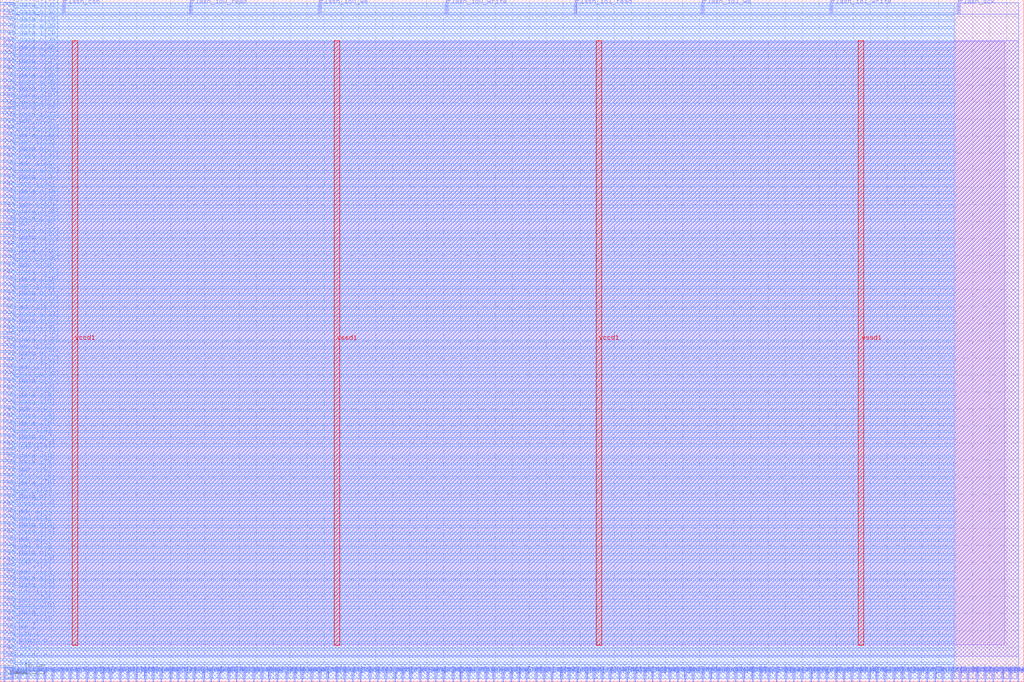
<source format=lef>
VERSION 5.7 ;
  NOWIREEXTENSIONATPIN ON ;
  DIVIDERCHAR "/" ;
  BUSBITCHARS "[]" ;
MACRO Flash
  CLASS BLOCK ;
  FOREIGN Flash ;
  ORIGIN 0.000 0.000 ;
  SIZE 300.000 BY 200.000 ;
  PIN flash_csb
    DIRECTION OUTPUT TRISTATE ;
    USE SIGNAL ;
    PORT
      LAYER met2 ;
        RECT 18.490 196.000 18.770 200.000 ;
    END
  END flash_csb
  PIN flash_io0_read
    DIRECTION INPUT ;
    USE SIGNAL ;
    PORT
      LAYER met2 ;
        RECT 55.750 196.000 56.030 200.000 ;
    END
  END flash_io0_read
  PIN flash_io0_we
    DIRECTION OUTPUT TRISTATE ;
    USE SIGNAL ;
    PORT
      LAYER met2 ;
        RECT 93.470 196.000 93.750 200.000 ;
    END
  END flash_io0_we
  PIN flash_io0_write
    DIRECTION OUTPUT TRISTATE ;
    USE SIGNAL ;
    PORT
      LAYER met2 ;
        RECT 130.730 196.000 131.010 200.000 ;
    END
  END flash_io0_write
  PIN flash_io1_read
    DIRECTION INPUT ;
    USE SIGNAL ;
    PORT
      LAYER met2 ;
        RECT 168.450 196.000 168.730 200.000 ;
    END
  END flash_io1_read
  PIN flash_io1_we
    DIRECTION OUTPUT TRISTATE ;
    USE SIGNAL ;
    PORT
      LAYER met2 ;
        RECT 205.710 196.000 205.990 200.000 ;
    END
  END flash_io1_we
  PIN flash_io1_write
    DIRECTION OUTPUT TRISTATE ;
    USE SIGNAL ;
    PORT
      LAYER met2 ;
        RECT 243.430 196.000 243.710 200.000 ;
    END
  END flash_io1_write
  PIN flash_sck
    DIRECTION OUTPUT TRISTATE ;
    USE SIGNAL ;
    PORT
      LAYER met2 ;
        RECT 280.690 196.000 280.970 200.000 ;
    END
  END flash_sck
  PIN sram_addr0[0]
    DIRECTION OUTPUT TRISTATE ;
    USE SIGNAL ;
    PORT
      LAYER met2 ;
        RECT 12.970 0.000 13.250 4.000 ;
    END
  END sram_addr0[0]
  PIN sram_addr0[1]
    DIRECTION OUTPUT TRISTATE ;
    USE SIGNAL ;
    PORT
      LAYER met2 ;
        RECT 27.690 0.000 27.970 4.000 ;
    END
  END sram_addr0[1]
  PIN sram_addr0[2]
    DIRECTION OUTPUT TRISTATE ;
    USE SIGNAL ;
    PORT
      LAYER met2 ;
        RECT 42.410 0.000 42.690 4.000 ;
    END
  END sram_addr0[2]
  PIN sram_addr0[3]
    DIRECTION OUTPUT TRISTATE ;
    USE SIGNAL ;
    PORT
      LAYER met2 ;
        RECT 56.670 0.000 56.950 4.000 ;
    END
  END sram_addr0[3]
  PIN sram_addr0[4]
    DIRECTION OUTPUT TRISTATE ;
    USE SIGNAL ;
    PORT
      LAYER met2 ;
        RECT 71.390 0.000 71.670 4.000 ;
    END
  END sram_addr0[4]
  PIN sram_addr0[5]
    DIRECTION OUTPUT TRISTATE ;
    USE SIGNAL ;
    PORT
      LAYER met2 ;
        RECT 83.810 0.000 84.090 4.000 ;
    END
  END sram_addr0[5]
  PIN sram_addr0[6]
    DIRECTION OUTPUT TRISTATE ;
    USE SIGNAL ;
    PORT
      LAYER met2 ;
        RECT 95.770 0.000 96.050 4.000 ;
    END
  END sram_addr0[6]
  PIN sram_addr0[7]
    DIRECTION OUTPUT TRISTATE ;
    USE SIGNAL ;
    PORT
      LAYER met2 ;
        RECT 108.190 0.000 108.470 4.000 ;
    END
  END sram_addr0[7]
  PIN sram_addr0[8]
    DIRECTION OUTPUT TRISTATE ;
    USE SIGNAL ;
    PORT
      LAYER met2 ;
        RECT 120.150 0.000 120.430 4.000 ;
    END
  END sram_addr0[8]
  PIN sram_addr1[0]
    DIRECTION OUTPUT TRISTATE ;
    USE SIGNAL ;
    PORT
      LAYER met2 ;
        RECT 15.270 0.000 15.550 4.000 ;
    END
  END sram_addr1[0]
  PIN sram_addr1[1]
    DIRECTION OUTPUT TRISTATE ;
    USE SIGNAL ;
    PORT
      LAYER met2 ;
        RECT 29.990 0.000 30.270 4.000 ;
    END
  END sram_addr1[1]
  PIN sram_addr1[2]
    DIRECTION OUTPUT TRISTATE ;
    USE SIGNAL ;
    PORT
      LAYER met2 ;
        RECT 44.710 0.000 44.990 4.000 ;
    END
  END sram_addr1[2]
  PIN sram_addr1[3]
    DIRECTION OUTPUT TRISTATE ;
    USE SIGNAL ;
    PORT
      LAYER met2 ;
        RECT 59.430 0.000 59.710 4.000 ;
    END
  END sram_addr1[3]
  PIN sram_addr1[4]
    DIRECTION OUTPUT TRISTATE ;
    USE SIGNAL ;
    PORT
      LAYER met2 ;
        RECT 74.150 0.000 74.430 4.000 ;
    END
  END sram_addr1[4]
  PIN sram_addr1[5]
    DIRECTION OUTPUT TRISTATE ;
    USE SIGNAL ;
    PORT
      LAYER met2 ;
        RECT 86.110 0.000 86.390 4.000 ;
    END
  END sram_addr1[5]
  PIN sram_addr1[6]
    DIRECTION OUTPUT TRISTATE ;
    USE SIGNAL ;
    PORT
      LAYER met2 ;
        RECT 98.530 0.000 98.810 4.000 ;
    END
  END sram_addr1[6]
  PIN sram_addr1[7]
    DIRECTION OUTPUT TRISTATE ;
    USE SIGNAL ;
    PORT
      LAYER met2 ;
        RECT 110.490 0.000 110.770 4.000 ;
    END
  END sram_addr1[7]
  PIN sram_addr1[8]
    DIRECTION OUTPUT TRISTATE ;
    USE SIGNAL ;
    PORT
      LAYER met2 ;
        RECT 122.910 0.000 123.190 4.000 ;
    END
  END sram_addr1[8]
  PIN sram_clk0
    DIRECTION OUTPUT TRISTATE ;
    USE SIGNAL ;
    PORT
      LAYER met2 ;
        RECT 1.010 0.000 1.290 4.000 ;
    END
  END sram_clk0
  PIN sram_clk1
    DIRECTION OUTPUT TRISTATE ;
    USE SIGNAL ;
    PORT
      LAYER met2 ;
        RECT 3.310 0.000 3.590 4.000 ;
    END
  END sram_clk1
  PIN sram_csb0
    DIRECTION OUTPUT TRISTATE ;
    USE SIGNAL ;
    PORT
      LAYER met2 ;
        RECT 5.610 0.000 5.890 4.000 ;
    END
  END sram_csb0
  PIN sram_csb1
    DIRECTION OUTPUT TRISTATE ;
    USE SIGNAL ;
    PORT
      LAYER met2 ;
        RECT 7.910 0.000 8.190 4.000 ;
    END
  END sram_csb1
  PIN sram_din0[0]
    DIRECTION OUTPUT TRISTATE ;
    USE SIGNAL ;
    PORT
      LAYER met2 ;
        RECT 18.030 0.000 18.310 4.000 ;
    END
  END sram_din0[0]
  PIN sram_din0[10]
    DIRECTION OUTPUT TRISTATE ;
    USE SIGNAL ;
    PORT
      LAYER met2 ;
        RECT 139.930 0.000 140.210 4.000 ;
    END
  END sram_din0[10]
  PIN sram_din0[11]
    DIRECTION OUTPUT TRISTATE ;
    USE SIGNAL ;
    PORT
      LAYER met2 ;
        RECT 147.290 0.000 147.570 4.000 ;
    END
  END sram_din0[11]
  PIN sram_din0[12]
    DIRECTION OUTPUT TRISTATE ;
    USE SIGNAL ;
    PORT
      LAYER met2 ;
        RECT 154.190 0.000 154.470 4.000 ;
    END
  END sram_din0[12]
  PIN sram_din0[13]
    DIRECTION OUTPUT TRISTATE ;
    USE SIGNAL ;
    PORT
      LAYER met2 ;
        RECT 161.550 0.000 161.830 4.000 ;
    END
  END sram_din0[13]
  PIN sram_din0[14]
    DIRECTION OUTPUT TRISTATE ;
    USE SIGNAL ;
    PORT
      LAYER met2 ;
        RECT 168.910 0.000 169.190 4.000 ;
    END
  END sram_din0[14]
  PIN sram_din0[15]
    DIRECTION OUTPUT TRISTATE ;
    USE SIGNAL ;
    PORT
      LAYER met2 ;
        RECT 176.270 0.000 176.550 4.000 ;
    END
  END sram_din0[15]
  PIN sram_din0[16]
    DIRECTION OUTPUT TRISTATE ;
    USE SIGNAL ;
    PORT
      LAYER met2 ;
        RECT 183.630 0.000 183.910 4.000 ;
    END
  END sram_din0[16]
  PIN sram_din0[17]
    DIRECTION OUTPUT TRISTATE ;
    USE SIGNAL ;
    PORT
      LAYER met2 ;
        RECT 190.990 0.000 191.270 4.000 ;
    END
  END sram_din0[17]
  PIN sram_din0[18]
    DIRECTION OUTPUT TRISTATE ;
    USE SIGNAL ;
    PORT
      LAYER met2 ;
        RECT 198.350 0.000 198.630 4.000 ;
    END
  END sram_din0[18]
  PIN sram_din0[19]
    DIRECTION OUTPUT TRISTATE ;
    USE SIGNAL ;
    PORT
      LAYER met2 ;
        RECT 205.710 0.000 205.990 4.000 ;
    END
  END sram_din0[19]
  PIN sram_din0[1]
    DIRECTION OUTPUT TRISTATE ;
    USE SIGNAL ;
    PORT
      LAYER met2 ;
        RECT 32.290 0.000 32.570 4.000 ;
    END
  END sram_din0[1]
  PIN sram_din0[20]
    DIRECTION OUTPUT TRISTATE ;
    USE SIGNAL ;
    PORT
      LAYER met2 ;
        RECT 213.070 0.000 213.350 4.000 ;
    END
  END sram_din0[20]
  PIN sram_din0[21]
    DIRECTION OUTPUT TRISTATE ;
    USE SIGNAL ;
    PORT
      LAYER met2 ;
        RECT 220.430 0.000 220.710 4.000 ;
    END
  END sram_din0[21]
  PIN sram_din0[22]
    DIRECTION OUTPUT TRISTATE ;
    USE SIGNAL ;
    PORT
      LAYER met2 ;
        RECT 227.330 0.000 227.610 4.000 ;
    END
  END sram_din0[22]
  PIN sram_din0[23]
    DIRECTION OUTPUT TRISTATE ;
    USE SIGNAL ;
    PORT
      LAYER met2 ;
        RECT 234.690 0.000 234.970 4.000 ;
    END
  END sram_din0[23]
  PIN sram_din0[24]
    DIRECTION OUTPUT TRISTATE ;
    USE SIGNAL ;
    PORT
      LAYER met2 ;
        RECT 242.050 0.000 242.330 4.000 ;
    END
  END sram_din0[24]
  PIN sram_din0[25]
    DIRECTION OUTPUT TRISTATE ;
    USE SIGNAL ;
    PORT
      LAYER met2 ;
        RECT 249.410 0.000 249.690 4.000 ;
    END
  END sram_din0[25]
  PIN sram_din0[26]
    DIRECTION OUTPUT TRISTATE ;
    USE SIGNAL ;
    PORT
      LAYER met2 ;
        RECT 256.770 0.000 257.050 4.000 ;
    END
  END sram_din0[26]
  PIN sram_din0[27]
    DIRECTION OUTPUT TRISTATE ;
    USE SIGNAL ;
    PORT
      LAYER met2 ;
        RECT 264.130 0.000 264.410 4.000 ;
    END
  END sram_din0[27]
  PIN sram_din0[28]
    DIRECTION OUTPUT TRISTATE ;
    USE SIGNAL ;
    PORT
      LAYER met2 ;
        RECT 271.490 0.000 271.770 4.000 ;
    END
  END sram_din0[28]
  PIN sram_din0[29]
    DIRECTION OUTPUT TRISTATE ;
    USE SIGNAL ;
    PORT
      LAYER met2 ;
        RECT 278.850 0.000 279.130 4.000 ;
    END
  END sram_din0[29]
  PIN sram_din0[2]
    DIRECTION OUTPUT TRISTATE ;
    USE SIGNAL ;
    PORT
      LAYER met2 ;
        RECT 47.010 0.000 47.290 4.000 ;
    END
  END sram_din0[2]
  PIN sram_din0[30]
    DIRECTION OUTPUT TRISTATE ;
    USE SIGNAL ;
    PORT
      LAYER met2 ;
        RECT 286.210 0.000 286.490 4.000 ;
    END
  END sram_din0[30]
  PIN sram_din0[31]
    DIRECTION OUTPUT TRISTATE ;
    USE SIGNAL ;
    PORT
      LAYER met2 ;
        RECT 293.570 0.000 293.850 4.000 ;
    END
  END sram_din0[31]
  PIN sram_din0[3]
    DIRECTION OUTPUT TRISTATE ;
    USE SIGNAL ;
    PORT
      LAYER met2 ;
        RECT 61.730 0.000 62.010 4.000 ;
    END
  END sram_din0[3]
  PIN sram_din0[4]
    DIRECTION OUTPUT TRISTATE ;
    USE SIGNAL ;
    PORT
      LAYER met2 ;
        RECT 76.450 0.000 76.730 4.000 ;
    END
  END sram_din0[4]
  PIN sram_din0[5]
    DIRECTION OUTPUT TRISTATE ;
    USE SIGNAL ;
    PORT
      LAYER met2 ;
        RECT 88.410 0.000 88.690 4.000 ;
    END
  END sram_din0[5]
  PIN sram_din0[6]
    DIRECTION OUTPUT TRISTATE ;
    USE SIGNAL ;
    PORT
      LAYER met2 ;
        RECT 100.830 0.000 101.110 4.000 ;
    END
  END sram_din0[6]
  PIN sram_din0[7]
    DIRECTION OUTPUT TRISTATE ;
    USE SIGNAL ;
    PORT
      LAYER met2 ;
        RECT 112.790 0.000 113.070 4.000 ;
    END
  END sram_din0[7]
  PIN sram_din0[8]
    DIRECTION OUTPUT TRISTATE ;
    USE SIGNAL ;
    PORT
      LAYER met2 ;
        RECT 125.210 0.000 125.490 4.000 ;
    END
  END sram_din0[8]
  PIN sram_din0[9]
    DIRECTION OUTPUT TRISTATE ;
    USE SIGNAL ;
    PORT
      LAYER met2 ;
        RECT 132.570 0.000 132.850 4.000 ;
    END
  END sram_din0[9]
  PIN sram_dout0[0]
    DIRECTION INPUT ;
    USE SIGNAL ;
    PORT
      LAYER met2 ;
        RECT 20.330 0.000 20.610 4.000 ;
    END
  END sram_dout0[0]
  PIN sram_dout0[10]
    DIRECTION INPUT ;
    USE SIGNAL ;
    PORT
      LAYER met2 ;
        RECT 142.230 0.000 142.510 4.000 ;
    END
  END sram_dout0[10]
  PIN sram_dout0[11]
    DIRECTION INPUT ;
    USE SIGNAL ;
    PORT
      LAYER met2 ;
        RECT 149.590 0.000 149.870 4.000 ;
    END
  END sram_dout0[11]
  PIN sram_dout0[12]
    DIRECTION INPUT ;
    USE SIGNAL ;
    PORT
      LAYER met2 ;
        RECT 156.950 0.000 157.230 4.000 ;
    END
  END sram_dout0[12]
  PIN sram_dout0[13]
    DIRECTION INPUT ;
    USE SIGNAL ;
    PORT
      LAYER met2 ;
        RECT 164.310 0.000 164.590 4.000 ;
    END
  END sram_dout0[13]
  PIN sram_dout0[14]
    DIRECTION INPUT ;
    USE SIGNAL ;
    PORT
      LAYER met2 ;
        RECT 171.670 0.000 171.950 4.000 ;
    END
  END sram_dout0[14]
  PIN sram_dout0[15]
    DIRECTION INPUT ;
    USE SIGNAL ;
    PORT
      LAYER met2 ;
        RECT 178.570 0.000 178.850 4.000 ;
    END
  END sram_dout0[15]
  PIN sram_dout0[16]
    DIRECTION INPUT ;
    USE SIGNAL ;
    PORT
      LAYER met2 ;
        RECT 185.930 0.000 186.210 4.000 ;
    END
  END sram_dout0[16]
  PIN sram_dout0[17]
    DIRECTION INPUT ;
    USE SIGNAL ;
    PORT
      LAYER met2 ;
        RECT 193.290 0.000 193.570 4.000 ;
    END
  END sram_dout0[17]
  PIN sram_dout0[18]
    DIRECTION INPUT ;
    USE SIGNAL ;
    PORT
      LAYER met2 ;
        RECT 200.650 0.000 200.930 4.000 ;
    END
  END sram_dout0[18]
  PIN sram_dout0[19]
    DIRECTION INPUT ;
    USE SIGNAL ;
    PORT
      LAYER met2 ;
        RECT 208.010 0.000 208.290 4.000 ;
    END
  END sram_dout0[19]
  PIN sram_dout0[1]
    DIRECTION INPUT ;
    USE SIGNAL ;
    PORT
      LAYER met2 ;
        RECT 35.050 0.000 35.330 4.000 ;
    END
  END sram_dout0[1]
  PIN sram_dout0[20]
    DIRECTION INPUT ;
    USE SIGNAL ;
    PORT
      LAYER met2 ;
        RECT 215.370 0.000 215.650 4.000 ;
    END
  END sram_dout0[20]
  PIN sram_dout0[21]
    DIRECTION INPUT ;
    USE SIGNAL ;
    PORT
      LAYER met2 ;
        RECT 222.730 0.000 223.010 4.000 ;
    END
  END sram_dout0[21]
  PIN sram_dout0[22]
    DIRECTION INPUT ;
    USE SIGNAL ;
    PORT
      LAYER met2 ;
        RECT 230.090 0.000 230.370 4.000 ;
    END
  END sram_dout0[22]
  PIN sram_dout0[23]
    DIRECTION INPUT ;
    USE SIGNAL ;
    PORT
      LAYER met2 ;
        RECT 237.450 0.000 237.730 4.000 ;
    END
  END sram_dout0[23]
  PIN sram_dout0[24]
    DIRECTION INPUT ;
    USE SIGNAL ;
    PORT
      LAYER met2 ;
        RECT 244.810 0.000 245.090 4.000 ;
    END
  END sram_dout0[24]
  PIN sram_dout0[25]
    DIRECTION INPUT ;
    USE SIGNAL ;
    PORT
      LAYER met2 ;
        RECT 251.710 0.000 251.990 4.000 ;
    END
  END sram_dout0[25]
  PIN sram_dout0[26]
    DIRECTION INPUT ;
    USE SIGNAL ;
    PORT
      LAYER met2 ;
        RECT 259.070 0.000 259.350 4.000 ;
    END
  END sram_dout0[26]
  PIN sram_dout0[27]
    DIRECTION INPUT ;
    USE SIGNAL ;
    PORT
      LAYER met2 ;
        RECT 266.430 0.000 266.710 4.000 ;
    END
  END sram_dout0[27]
  PIN sram_dout0[28]
    DIRECTION INPUT ;
    USE SIGNAL ;
    PORT
      LAYER met2 ;
        RECT 273.790 0.000 274.070 4.000 ;
    END
  END sram_dout0[28]
  PIN sram_dout0[29]
    DIRECTION INPUT ;
    USE SIGNAL ;
    PORT
      LAYER met2 ;
        RECT 281.150 0.000 281.430 4.000 ;
    END
  END sram_dout0[29]
  PIN sram_dout0[2]
    DIRECTION INPUT ;
    USE SIGNAL ;
    PORT
      LAYER met2 ;
        RECT 49.770 0.000 50.050 4.000 ;
    END
  END sram_dout0[2]
  PIN sram_dout0[30]
    DIRECTION INPUT ;
    USE SIGNAL ;
    PORT
      LAYER met2 ;
        RECT 288.510 0.000 288.790 4.000 ;
    END
  END sram_dout0[30]
  PIN sram_dout0[31]
    DIRECTION INPUT ;
    USE SIGNAL ;
    PORT
      LAYER met2 ;
        RECT 295.870 0.000 296.150 4.000 ;
    END
  END sram_dout0[31]
  PIN sram_dout0[3]
    DIRECTION INPUT ;
    USE SIGNAL ;
    PORT
      LAYER met2 ;
        RECT 64.030 0.000 64.310 4.000 ;
    END
  END sram_dout0[3]
  PIN sram_dout0[4]
    DIRECTION INPUT ;
    USE SIGNAL ;
    PORT
      LAYER met2 ;
        RECT 78.750 0.000 79.030 4.000 ;
    END
  END sram_dout0[4]
  PIN sram_dout0[5]
    DIRECTION INPUT ;
    USE SIGNAL ;
    PORT
      LAYER met2 ;
        RECT 91.170 0.000 91.450 4.000 ;
    END
  END sram_dout0[5]
  PIN sram_dout0[6]
    DIRECTION INPUT ;
    USE SIGNAL ;
    PORT
      LAYER met2 ;
        RECT 103.130 0.000 103.410 4.000 ;
    END
  END sram_dout0[6]
  PIN sram_dout0[7]
    DIRECTION INPUT ;
    USE SIGNAL ;
    PORT
      LAYER met2 ;
        RECT 115.550 0.000 115.830 4.000 ;
    END
  END sram_dout0[7]
  PIN sram_dout0[8]
    DIRECTION INPUT ;
    USE SIGNAL ;
    PORT
      LAYER met2 ;
        RECT 127.510 0.000 127.790 4.000 ;
    END
  END sram_dout0[8]
  PIN sram_dout0[9]
    DIRECTION INPUT ;
    USE SIGNAL ;
    PORT
      LAYER met2 ;
        RECT 134.870 0.000 135.150 4.000 ;
    END
  END sram_dout0[9]
  PIN sram_dout1[0]
    DIRECTION INPUT ;
    USE SIGNAL ;
    PORT
      LAYER met2 ;
        RECT 22.630 0.000 22.910 4.000 ;
    END
  END sram_dout1[0]
  PIN sram_dout1[10]
    DIRECTION INPUT ;
    USE SIGNAL ;
    PORT
      LAYER met2 ;
        RECT 144.530 0.000 144.810 4.000 ;
    END
  END sram_dout1[10]
  PIN sram_dout1[11]
    DIRECTION INPUT ;
    USE SIGNAL ;
    PORT
      LAYER met2 ;
        RECT 151.890 0.000 152.170 4.000 ;
    END
  END sram_dout1[11]
  PIN sram_dout1[12]
    DIRECTION INPUT ;
    USE SIGNAL ;
    PORT
      LAYER met2 ;
        RECT 159.250 0.000 159.530 4.000 ;
    END
  END sram_dout1[12]
  PIN sram_dout1[13]
    DIRECTION INPUT ;
    USE SIGNAL ;
    PORT
      LAYER met2 ;
        RECT 166.610 0.000 166.890 4.000 ;
    END
  END sram_dout1[13]
  PIN sram_dout1[14]
    DIRECTION INPUT ;
    USE SIGNAL ;
    PORT
      LAYER met2 ;
        RECT 173.970 0.000 174.250 4.000 ;
    END
  END sram_dout1[14]
  PIN sram_dout1[15]
    DIRECTION INPUT ;
    USE SIGNAL ;
    PORT
      LAYER met2 ;
        RECT 181.330 0.000 181.610 4.000 ;
    END
  END sram_dout1[15]
  PIN sram_dout1[16]
    DIRECTION INPUT ;
    USE SIGNAL ;
    PORT
      LAYER met2 ;
        RECT 188.690 0.000 188.970 4.000 ;
    END
  END sram_dout1[16]
  PIN sram_dout1[17]
    DIRECTION INPUT ;
    USE SIGNAL ;
    PORT
      LAYER met2 ;
        RECT 196.050 0.000 196.330 4.000 ;
    END
  END sram_dout1[17]
  PIN sram_dout1[18]
    DIRECTION INPUT ;
    USE SIGNAL ;
    PORT
      LAYER met2 ;
        RECT 202.950 0.000 203.230 4.000 ;
    END
  END sram_dout1[18]
  PIN sram_dout1[19]
    DIRECTION INPUT ;
    USE SIGNAL ;
    PORT
      LAYER met2 ;
        RECT 210.310 0.000 210.590 4.000 ;
    END
  END sram_dout1[19]
  PIN sram_dout1[1]
    DIRECTION INPUT ;
    USE SIGNAL ;
    PORT
      LAYER met2 ;
        RECT 37.350 0.000 37.630 4.000 ;
    END
  END sram_dout1[1]
  PIN sram_dout1[20]
    DIRECTION INPUT ;
    USE SIGNAL ;
    PORT
      LAYER met2 ;
        RECT 217.670 0.000 217.950 4.000 ;
    END
  END sram_dout1[20]
  PIN sram_dout1[21]
    DIRECTION INPUT ;
    USE SIGNAL ;
    PORT
      LAYER met2 ;
        RECT 225.030 0.000 225.310 4.000 ;
    END
  END sram_dout1[21]
  PIN sram_dout1[22]
    DIRECTION INPUT ;
    USE SIGNAL ;
    PORT
      LAYER met2 ;
        RECT 232.390 0.000 232.670 4.000 ;
    END
  END sram_dout1[22]
  PIN sram_dout1[23]
    DIRECTION INPUT ;
    USE SIGNAL ;
    PORT
      LAYER met2 ;
        RECT 239.750 0.000 240.030 4.000 ;
    END
  END sram_dout1[23]
  PIN sram_dout1[24]
    DIRECTION INPUT ;
    USE SIGNAL ;
    PORT
      LAYER met2 ;
        RECT 247.110 0.000 247.390 4.000 ;
    END
  END sram_dout1[24]
  PIN sram_dout1[25]
    DIRECTION INPUT ;
    USE SIGNAL ;
    PORT
      LAYER met2 ;
        RECT 254.470 0.000 254.750 4.000 ;
    END
  END sram_dout1[25]
  PIN sram_dout1[26]
    DIRECTION INPUT ;
    USE SIGNAL ;
    PORT
      LAYER met2 ;
        RECT 261.830 0.000 262.110 4.000 ;
    END
  END sram_dout1[26]
  PIN sram_dout1[27]
    DIRECTION INPUT ;
    USE SIGNAL ;
    PORT
      LAYER met2 ;
        RECT 269.190 0.000 269.470 4.000 ;
    END
  END sram_dout1[27]
  PIN sram_dout1[28]
    DIRECTION INPUT ;
    USE SIGNAL ;
    PORT
      LAYER met2 ;
        RECT 276.090 0.000 276.370 4.000 ;
    END
  END sram_dout1[28]
  PIN sram_dout1[29]
    DIRECTION INPUT ;
    USE SIGNAL ;
    PORT
      LAYER met2 ;
        RECT 283.450 0.000 283.730 4.000 ;
    END
  END sram_dout1[29]
  PIN sram_dout1[2]
    DIRECTION INPUT ;
    USE SIGNAL ;
    PORT
      LAYER met2 ;
        RECT 52.070 0.000 52.350 4.000 ;
    END
  END sram_dout1[2]
  PIN sram_dout1[30]
    DIRECTION INPUT ;
    USE SIGNAL ;
    PORT
      LAYER met2 ;
        RECT 290.810 0.000 291.090 4.000 ;
    END
  END sram_dout1[30]
  PIN sram_dout1[31]
    DIRECTION INPUT ;
    USE SIGNAL ;
    PORT
      LAYER met2 ;
        RECT 298.170 0.000 298.450 4.000 ;
    END
  END sram_dout1[31]
  PIN sram_dout1[3]
    DIRECTION INPUT ;
    USE SIGNAL ;
    PORT
      LAYER met2 ;
        RECT 66.790 0.000 67.070 4.000 ;
    END
  END sram_dout1[3]
  PIN sram_dout1[4]
    DIRECTION INPUT ;
    USE SIGNAL ;
    PORT
      LAYER met2 ;
        RECT 81.050 0.000 81.330 4.000 ;
    END
  END sram_dout1[4]
  PIN sram_dout1[5]
    DIRECTION INPUT ;
    USE SIGNAL ;
    PORT
      LAYER met2 ;
        RECT 93.470 0.000 93.750 4.000 ;
    END
  END sram_dout1[5]
  PIN sram_dout1[6]
    DIRECTION INPUT ;
    USE SIGNAL ;
    PORT
      LAYER met2 ;
        RECT 105.430 0.000 105.710 4.000 ;
    END
  END sram_dout1[6]
  PIN sram_dout1[7]
    DIRECTION INPUT ;
    USE SIGNAL ;
    PORT
      LAYER met2 ;
        RECT 117.850 0.000 118.130 4.000 ;
    END
  END sram_dout1[7]
  PIN sram_dout1[8]
    DIRECTION INPUT ;
    USE SIGNAL ;
    PORT
      LAYER met2 ;
        RECT 129.810 0.000 130.090 4.000 ;
    END
  END sram_dout1[8]
  PIN sram_dout1[9]
    DIRECTION INPUT ;
    USE SIGNAL ;
    PORT
      LAYER met2 ;
        RECT 137.170 0.000 137.450 4.000 ;
    END
  END sram_dout1[9]
  PIN sram_web0
    DIRECTION OUTPUT TRISTATE ;
    USE SIGNAL ;
    PORT
      LAYER met2 ;
        RECT 10.670 0.000 10.950 4.000 ;
    END
  END sram_web0
  PIN sram_wmask0[0]
    DIRECTION OUTPUT TRISTATE ;
    USE SIGNAL ;
    PORT
      LAYER met2 ;
        RECT 25.390 0.000 25.670 4.000 ;
    END
  END sram_wmask0[0]
  PIN sram_wmask0[1]
    DIRECTION OUTPUT TRISTATE ;
    USE SIGNAL ;
    PORT
      LAYER met2 ;
        RECT 39.650 0.000 39.930 4.000 ;
    END
  END sram_wmask0[1]
  PIN sram_wmask0[2]
    DIRECTION OUTPUT TRISTATE ;
    USE SIGNAL ;
    PORT
      LAYER met2 ;
        RECT 54.370 0.000 54.650 4.000 ;
    END
  END sram_wmask0[2]
  PIN sram_wmask0[3]
    DIRECTION OUTPUT TRISTATE ;
    USE SIGNAL ;
    PORT
      LAYER met2 ;
        RECT 69.090 0.000 69.370 4.000 ;
    END
  END sram_wmask0[3]
  PIN vccd1
    DIRECTION INOUT ;
    USE POWER ;
    PORT
      LAYER met4 ;
        RECT 21.040 10.640 22.640 187.920 ;
    END
    PORT
      LAYER met4 ;
        RECT 174.640 10.640 176.240 187.920 ;
    END
  END vccd1
  PIN vssd1
    DIRECTION INOUT ;
    USE GROUND ;
    PORT
      LAYER met4 ;
        RECT 97.840 10.640 99.440 187.920 ;
    END
    PORT
      LAYER met4 ;
        RECT 251.440 10.640 253.040 187.920 ;
    END
  END vssd1
  PIN wb_ack_o
    DIRECTION OUTPUT TRISTATE ;
    USE SIGNAL ;
    PORT
      LAYER met3 ;
        RECT 0.000 0.720 4.000 1.320 ;
    END
  END wb_ack_o
  PIN wb_adr_i[0]
    DIRECTION INPUT ;
    USE SIGNAL ;
    PORT
      LAYER met3 ;
        RECT 0.000 16.360 4.000 16.960 ;
    END
  END wb_adr_i[0]
  PIN wb_adr_i[10]
    DIRECTION INPUT ;
    USE SIGNAL ;
    PORT
      LAYER met3 ;
        RECT 0.000 84.360 4.000 84.960 ;
    END
  END wb_adr_i[10]
  PIN wb_adr_i[11]
    DIRECTION INPUT ;
    USE SIGNAL ;
    PORT
      LAYER met3 ;
        RECT 0.000 90.480 4.000 91.080 ;
    END
  END wb_adr_i[11]
  PIN wb_adr_i[12]
    DIRECTION INPUT ;
    USE SIGNAL ;
    PORT
      LAYER met3 ;
        RECT 0.000 96.600 4.000 97.200 ;
    END
  END wb_adr_i[12]
  PIN wb_adr_i[13]
    DIRECTION INPUT ;
    USE SIGNAL ;
    PORT
      LAYER met3 ;
        RECT 0.000 102.040 4.000 102.640 ;
    END
  END wb_adr_i[13]
  PIN wb_adr_i[14]
    DIRECTION INPUT ;
    USE SIGNAL ;
    PORT
      LAYER met3 ;
        RECT 0.000 108.160 4.000 108.760 ;
    END
  END wb_adr_i[14]
  PIN wb_adr_i[15]
    DIRECTION INPUT ;
    USE SIGNAL ;
    PORT
      LAYER met3 ;
        RECT 0.000 114.280 4.000 114.880 ;
    END
  END wb_adr_i[15]
  PIN wb_adr_i[16]
    DIRECTION INPUT ;
    USE SIGNAL ;
    PORT
      LAYER met3 ;
        RECT 0.000 120.400 4.000 121.000 ;
    END
  END wb_adr_i[16]
  PIN wb_adr_i[17]
    DIRECTION INPUT ;
    USE SIGNAL ;
    PORT
      LAYER met3 ;
        RECT 0.000 126.520 4.000 127.120 ;
    END
  END wb_adr_i[17]
  PIN wb_adr_i[18]
    DIRECTION INPUT ;
    USE SIGNAL ;
    PORT
      LAYER met3 ;
        RECT 0.000 132.640 4.000 133.240 ;
    END
  END wb_adr_i[18]
  PIN wb_adr_i[19]
    DIRECTION INPUT ;
    USE SIGNAL ;
    PORT
      LAYER met3 ;
        RECT 0.000 138.080 4.000 138.680 ;
    END
  END wb_adr_i[19]
  PIN wb_adr_i[1]
    DIRECTION INPUT ;
    USE SIGNAL ;
    PORT
      LAYER met3 ;
        RECT 0.000 24.520 4.000 25.120 ;
    END
  END wb_adr_i[1]
  PIN wb_adr_i[20]
    DIRECTION INPUT ;
    USE SIGNAL ;
    PORT
      LAYER met3 ;
        RECT 0.000 144.200 4.000 144.800 ;
    END
  END wb_adr_i[20]
  PIN wb_adr_i[21]
    DIRECTION INPUT ;
    USE SIGNAL ;
    PORT
      LAYER met3 ;
        RECT 0.000 150.320 4.000 150.920 ;
    END
  END wb_adr_i[21]
  PIN wb_adr_i[22]
    DIRECTION INPUT ;
    USE SIGNAL ;
    PORT
      LAYER met3 ;
        RECT 0.000 156.440 4.000 157.040 ;
    END
  END wb_adr_i[22]
  PIN wb_adr_i[23]
    DIRECTION INPUT ;
    USE SIGNAL ;
    PORT
      LAYER met3 ;
        RECT 0.000 162.560 4.000 163.160 ;
    END
  END wb_adr_i[23]
  PIN wb_adr_i[2]
    DIRECTION INPUT ;
    USE SIGNAL ;
    PORT
      LAYER met3 ;
        RECT 0.000 32.680 4.000 33.280 ;
    END
  END wb_adr_i[2]
  PIN wb_adr_i[3]
    DIRECTION INPUT ;
    USE SIGNAL ;
    PORT
      LAYER met3 ;
        RECT 0.000 40.160 4.000 40.760 ;
    END
  END wb_adr_i[3]
  PIN wb_adr_i[4]
    DIRECTION INPUT ;
    USE SIGNAL ;
    PORT
      LAYER met3 ;
        RECT 0.000 48.320 4.000 48.920 ;
    END
  END wb_adr_i[4]
  PIN wb_adr_i[5]
    DIRECTION INPUT ;
    USE SIGNAL ;
    PORT
      LAYER met3 ;
        RECT 0.000 54.440 4.000 55.040 ;
    END
  END wb_adr_i[5]
  PIN wb_adr_i[6]
    DIRECTION INPUT ;
    USE SIGNAL ;
    PORT
      LAYER met3 ;
        RECT 0.000 60.560 4.000 61.160 ;
    END
  END wb_adr_i[6]
  PIN wb_adr_i[7]
    DIRECTION INPUT ;
    USE SIGNAL ;
    PORT
      LAYER met3 ;
        RECT 0.000 66.680 4.000 67.280 ;
    END
  END wb_adr_i[7]
  PIN wb_adr_i[8]
    DIRECTION INPUT ;
    USE SIGNAL ;
    PORT
      LAYER met3 ;
        RECT 0.000 72.120 4.000 72.720 ;
    END
  END wb_adr_i[8]
  PIN wb_adr_i[9]
    DIRECTION INPUT ;
    USE SIGNAL ;
    PORT
      LAYER met3 ;
        RECT 0.000 78.240 4.000 78.840 ;
    END
  END wb_adr_i[9]
  PIN wb_clk_i
    DIRECTION INPUT ;
    USE SIGNAL ;
    PORT
      LAYER met3 ;
        RECT 0.000 2.080 4.000 2.680 ;
    END
  END wb_clk_i
  PIN wb_cyc_i
    DIRECTION INPUT ;
    USE SIGNAL ;
    PORT
      LAYER met3 ;
        RECT 0.000 4.120 4.000 4.720 ;
    END
  END wb_cyc_i
  PIN wb_data_i[0]
    DIRECTION INPUT ;
    USE SIGNAL ;
    PORT
      LAYER met3 ;
        RECT 0.000 18.400 4.000 19.000 ;
    END
  END wb_data_i[0]
  PIN wb_data_i[10]
    DIRECTION INPUT ;
    USE SIGNAL ;
    PORT
      LAYER met3 ;
        RECT 0.000 86.400 4.000 87.000 ;
    END
  END wb_data_i[10]
  PIN wb_data_i[11]
    DIRECTION INPUT ;
    USE SIGNAL ;
    PORT
      LAYER met3 ;
        RECT 0.000 92.520 4.000 93.120 ;
    END
  END wb_data_i[11]
  PIN wb_data_i[12]
    DIRECTION INPUT ;
    USE SIGNAL ;
    PORT
      LAYER met3 ;
        RECT 0.000 98.640 4.000 99.240 ;
    END
  END wb_data_i[12]
  PIN wb_data_i[13]
    DIRECTION INPUT ;
    USE SIGNAL ;
    PORT
      LAYER met3 ;
        RECT 0.000 104.080 4.000 104.680 ;
    END
  END wb_data_i[13]
  PIN wb_data_i[14]
    DIRECTION INPUT ;
    USE SIGNAL ;
    PORT
      LAYER met3 ;
        RECT 0.000 110.200 4.000 110.800 ;
    END
  END wb_data_i[14]
  PIN wb_data_i[15]
    DIRECTION INPUT ;
    USE SIGNAL ;
    PORT
      LAYER met3 ;
        RECT 0.000 116.320 4.000 116.920 ;
    END
  END wb_data_i[15]
  PIN wb_data_i[16]
    DIRECTION INPUT ;
    USE SIGNAL ;
    PORT
      LAYER met3 ;
        RECT 0.000 122.440 4.000 123.040 ;
    END
  END wb_data_i[16]
  PIN wb_data_i[17]
    DIRECTION INPUT ;
    USE SIGNAL ;
    PORT
      LAYER met3 ;
        RECT 0.000 128.560 4.000 129.160 ;
    END
  END wb_data_i[17]
  PIN wb_data_i[18]
    DIRECTION INPUT ;
    USE SIGNAL ;
    PORT
      LAYER met3 ;
        RECT 0.000 134.000 4.000 134.600 ;
    END
  END wb_data_i[18]
  PIN wb_data_i[19]
    DIRECTION INPUT ;
    USE SIGNAL ;
    PORT
      LAYER met3 ;
        RECT 0.000 140.120 4.000 140.720 ;
    END
  END wb_data_i[19]
  PIN wb_data_i[1]
    DIRECTION INPUT ;
    USE SIGNAL ;
    PORT
      LAYER met3 ;
        RECT 0.000 26.560 4.000 27.160 ;
    END
  END wb_data_i[1]
  PIN wb_data_i[20]
    DIRECTION INPUT ;
    USE SIGNAL ;
    PORT
      LAYER met3 ;
        RECT 0.000 146.240 4.000 146.840 ;
    END
  END wb_data_i[20]
  PIN wb_data_i[21]
    DIRECTION INPUT ;
    USE SIGNAL ;
    PORT
      LAYER met3 ;
        RECT 0.000 152.360 4.000 152.960 ;
    END
  END wb_data_i[21]
  PIN wb_data_i[22]
    DIRECTION INPUT ;
    USE SIGNAL ;
    PORT
      LAYER met3 ;
        RECT 0.000 158.480 4.000 159.080 ;
    END
  END wb_data_i[22]
  PIN wb_data_i[23]
    DIRECTION INPUT ;
    USE SIGNAL ;
    PORT
      LAYER met3 ;
        RECT 0.000 164.600 4.000 165.200 ;
    END
  END wb_data_i[23]
  PIN wb_data_i[24]
    DIRECTION INPUT ;
    USE SIGNAL ;
    PORT
      LAYER met3 ;
        RECT 0.000 168.000 4.000 168.600 ;
    END
  END wb_data_i[24]
  PIN wb_data_i[25]
    DIRECTION INPUT ;
    USE SIGNAL ;
    PORT
      LAYER met3 ;
        RECT 0.000 172.080 4.000 172.680 ;
    END
  END wb_data_i[25]
  PIN wb_data_i[26]
    DIRECTION INPUT ;
    USE SIGNAL ;
    PORT
      LAYER met3 ;
        RECT 0.000 176.160 4.000 176.760 ;
    END
  END wb_data_i[26]
  PIN wb_data_i[27]
    DIRECTION INPUT ;
    USE SIGNAL ;
    PORT
      LAYER met3 ;
        RECT 0.000 180.240 4.000 180.840 ;
    END
  END wb_data_i[27]
  PIN wb_data_i[28]
    DIRECTION INPUT ;
    USE SIGNAL ;
    PORT
      LAYER met3 ;
        RECT 0.000 184.320 4.000 184.920 ;
    END
  END wb_data_i[28]
  PIN wb_data_i[29]
    DIRECTION INPUT ;
    USE SIGNAL ;
    PORT
      LAYER met3 ;
        RECT 0.000 188.400 4.000 189.000 ;
    END
  END wb_data_i[29]
  PIN wb_data_i[2]
    DIRECTION INPUT ;
    USE SIGNAL ;
    PORT
      LAYER met3 ;
        RECT 0.000 34.040 4.000 34.640 ;
    END
  END wb_data_i[2]
  PIN wb_data_i[30]
    DIRECTION INPUT ;
    USE SIGNAL ;
    PORT
      LAYER met3 ;
        RECT 0.000 192.480 4.000 193.080 ;
    END
  END wb_data_i[30]
  PIN wb_data_i[31]
    DIRECTION INPUT ;
    USE SIGNAL ;
    PORT
      LAYER met3 ;
        RECT 0.000 196.560 4.000 197.160 ;
    END
  END wb_data_i[31]
  PIN wb_data_i[3]
    DIRECTION INPUT ;
    USE SIGNAL ;
    PORT
      LAYER met3 ;
        RECT 0.000 42.200 4.000 42.800 ;
    END
  END wb_data_i[3]
  PIN wb_data_i[4]
    DIRECTION INPUT ;
    USE SIGNAL ;
    PORT
      LAYER met3 ;
        RECT 0.000 50.360 4.000 50.960 ;
    END
  END wb_data_i[4]
  PIN wb_data_i[5]
    DIRECTION INPUT ;
    USE SIGNAL ;
    PORT
      LAYER met3 ;
        RECT 0.000 56.480 4.000 57.080 ;
    END
  END wb_data_i[5]
  PIN wb_data_i[6]
    DIRECTION INPUT ;
    USE SIGNAL ;
    PORT
      LAYER met3 ;
        RECT 0.000 62.600 4.000 63.200 ;
    END
  END wb_data_i[6]
  PIN wb_data_i[7]
    DIRECTION INPUT ;
    USE SIGNAL ;
    PORT
      LAYER met3 ;
        RECT 0.000 68.040 4.000 68.640 ;
    END
  END wb_data_i[7]
  PIN wb_data_i[8]
    DIRECTION INPUT ;
    USE SIGNAL ;
    PORT
      LAYER met3 ;
        RECT 0.000 74.160 4.000 74.760 ;
    END
  END wb_data_i[8]
  PIN wb_data_i[9]
    DIRECTION INPUT ;
    USE SIGNAL ;
    PORT
      LAYER met3 ;
        RECT 0.000 80.280 4.000 80.880 ;
    END
  END wb_data_i[9]
  PIN wb_data_o[0]
    DIRECTION OUTPUT TRISTATE ;
    USE SIGNAL ;
    PORT
      LAYER met3 ;
        RECT 0.000 20.440 4.000 21.040 ;
    END
  END wb_data_o[0]
  PIN wb_data_o[10]
    DIRECTION OUTPUT TRISTATE ;
    USE SIGNAL ;
    PORT
      LAYER met3 ;
        RECT 0.000 88.440 4.000 89.040 ;
    END
  END wb_data_o[10]
  PIN wb_data_o[11]
    DIRECTION OUTPUT TRISTATE ;
    USE SIGNAL ;
    PORT
      LAYER met3 ;
        RECT 0.000 94.560 4.000 95.160 ;
    END
  END wb_data_o[11]
  PIN wb_data_o[12]
    DIRECTION OUTPUT TRISTATE ;
    USE SIGNAL ;
    PORT
      LAYER met3 ;
        RECT 0.000 100.680 4.000 101.280 ;
    END
  END wb_data_o[12]
  PIN wb_data_o[13]
    DIRECTION OUTPUT TRISTATE ;
    USE SIGNAL ;
    PORT
      LAYER met3 ;
        RECT 0.000 106.120 4.000 106.720 ;
    END
  END wb_data_o[13]
  PIN wb_data_o[14]
    DIRECTION OUTPUT TRISTATE ;
    USE SIGNAL ;
    PORT
      LAYER met3 ;
        RECT 0.000 112.240 4.000 112.840 ;
    END
  END wb_data_o[14]
  PIN wb_data_o[15]
    DIRECTION OUTPUT TRISTATE ;
    USE SIGNAL ;
    PORT
      LAYER met3 ;
        RECT 0.000 118.360 4.000 118.960 ;
    END
  END wb_data_o[15]
  PIN wb_data_o[16]
    DIRECTION OUTPUT TRISTATE ;
    USE SIGNAL ;
    PORT
      LAYER met3 ;
        RECT 0.000 124.480 4.000 125.080 ;
    END
  END wb_data_o[16]
  PIN wb_data_o[17]
    DIRECTION OUTPUT TRISTATE ;
    USE SIGNAL ;
    PORT
      LAYER met3 ;
        RECT 0.000 130.600 4.000 131.200 ;
    END
  END wb_data_o[17]
  PIN wb_data_o[18]
    DIRECTION OUTPUT TRISTATE ;
    USE SIGNAL ;
    PORT
      LAYER met3 ;
        RECT 0.000 136.040 4.000 136.640 ;
    END
  END wb_data_o[18]
  PIN wb_data_o[19]
    DIRECTION OUTPUT TRISTATE ;
    USE SIGNAL ;
    PORT
      LAYER met3 ;
        RECT 0.000 142.160 4.000 142.760 ;
    END
  END wb_data_o[19]
  PIN wb_data_o[1]
    DIRECTION OUTPUT TRISTATE ;
    USE SIGNAL ;
    PORT
      LAYER met3 ;
        RECT 0.000 28.600 4.000 29.200 ;
    END
  END wb_data_o[1]
  PIN wb_data_o[20]
    DIRECTION OUTPUT TRISTATE ;
    USE SIGNAL ;
    PORT
      LAYER met3 ;
        RECT 0.000 148.280 4.000 148.880 ;
    END
  END wb_data_o[20]
  PIN wb_data_o[21]
    DIRECTION OUTPUT TRISTATE ;
    USE SIGNAL ;
    PORT
      LAYER met3 ;
        RECT 0.000 154.400 4.000 155.000 ;
    END
  END wb_data_o[21]
  PIN wb_data_o[22]
    DIRECTION OUTPUT TRISTATE ;
    USE SIGNAL ;
    PORT
      LAYER met3 ;
        RECT 0.000 160.520 4.000 161.120 ;
    END
  END wb_data_o[22]
  PIN wb_data_o[23]
    DIRECTION OUTPUT TRISTATE ;
    USE SIGNAL ;
    PORT
      LAYER met3 ;
        RECT 0.000 166.640 4.000 167.240 ;
    END
  END wb_data_o[23]
  PIN wb_data_o[24]
    DIRECTION OUTPUT TRISTATE ;
    USE SIGNAL ;
    PORT
      LAYER met3 ;
        RECT 0.000 170.040 4.000 170.640 ;
    END
  END wb_data_o[24]
  PIN wb_data_o[25]
    DIRECTION OUTPUT TRISTATE ;
    USE SIGNAL ;
    PORT
      LAYER met3 ;
        RECT 0.000 174.120 4.000 174.720 ;
    END
  END wb_data_o[25]
  PIN wb_data_o[26]
    DIRECTION OUTPUT TRISTATE ;
    USE SIGNAL ;
    PORT
      LAYER met3 ;
        RECT 0.000 178.200 4.000 178.800 ;
    END
  END wb_data_o[26]
  PIN wb_data_o[27]
    DIRECTION OUTPUT TRISTATE ;
    USE SIGNAL ;
    PORT
      LAYER met3 ;
        RECT 0.000 182.280 4.000 182.880 ;
    END
  END wb_data_o[27]
  PIN wb_data_o[28]
    DIRECTION OUTPUT TRISTATE ;
    USE SIGNAL ;
    PORT
      LAYER met3 ;
        RECT 0.000 186.360 4.000 186.960 ;
    END
  END wb_data_o[28]
  PIN wb_data_o[29]
    DIRECTION OUTPUT TRISTATE ;
    USE SIGNAL ;
    PORT
      LAYER met3 ;
        RECT 0.000 190.440 4.000 191.040 ;
    END
  END wb_data_o[29]
  PIN wb_data_o[2]
    DIRECTION OUTPUT TRISTATE ;
    USE SIGNAL ;
    PORT
      LAYER met3 ;
        RECT 0.000 36.080 4.000 36.680 ;
    END
  END wb_data_o[2]
  PIN wb_data_o[30]
    DIRECTION OUTPUT TRISTATE ;
    USE SIGNAL ;
    PORT
      LAYER met3 ;
        RECT 0.000 194.520 4.000 195.120 ;
    END
  END wb_data_o[30]
  PIN wb_data_o[31]
    DIRECTION OUTPUT TRISTATE ;
    USE SIGNAL ;
    PORT
      LAYER met3 ;
        RECT 0.000 198.600 4.000 199.200 ;
    END
  END wb_data_o[31]
  PIN wb_data_o[3]
    DIRECTION OUTPUT TRISTATE ;
    USE SIGNAL ;
    PORT
      LAYER met3 ;
        RECT 0.000 44.240 4.000 44.840 ;
    END
  END wb_data_o[3]
  PIN wb_data_o[4]
    DIRECTION OUTPUT TRISTATE ;
    USE SIGNAL ;
    PORT
      LAYER met3 ;
        RECT 0.000 52.400 4.000 53.000 ;
    END
  END wb_data_o[4]
  PIN wb_data_o[5]
    DIRECTION OUTPUT TRISTATE ;
    USE SIGNAL ;
    PORT
      LAYER met3 ;
        RECT 0.000 58.520 4.000 59.120 ;
    END
  END wb_data_o[5]
  PIN wb_data_o[6]
    DIRECTION OUTPUT TRISTATE ;
    USE SIGNAL ;
    PORT
      LAYER met3 ;
        RECT 0.000 64.640 4.000 65.240 ;
    END
  END wb_data_o[6]
  PIN wb_data_o[7]
    DIRECTION OUTPUT TRISTATE ;
    USE SIGNAL ;
    PORT
      LAYER met3 ;
        RECT 0.000 70.080 4.000 70.680 ;
    END
  END wb_data_o[7]
  PIN wb_data_o[8]
    DIRECTION OUTPUT TRISTATE ;
    USE SIGNAL ;
    PORT
      LAYER met3 ;
        RECT 0.000 76.200 4.000 76.800 ;
    END
  END wb_data_o[8]
  PIN wb_data_o[9]
    DIRECTION OUTPUT TRISTATE ;
    USE SIGNAL ;
    PORT
      LAYER met3 ;
        RECT 0.000 82.320 4.000 82.920 ;
    END
  END wb_data_o[9]
  PIN wb_error_o
    DIRECTION OUTPUT TRISTATE ;
    USE SIGNAL ;
    PORT
      LAYER met3 ;
        RECT 0.000 6.160 4.000 6.760 ;
    END
  END wb_error_o
  PIN wb_rst_i
    DIRECTION INPUT ;
    USE SIGNAL ;
    PORT
      LAYER met3 ;
        RECT 0.000 8.200 4.000 8.800 ;
    END
  END wb_rst_i
  PIN wb_sel_i[0]
    DIRECTION INPUT ;
    USE SIGNAL ;
    PORT
      LAYER met3 ;
        RECT 0.000 22.480 4.000 23.080 ;
    END
  END wb_sel_i[0]
  PIN wb_sel_i[1]
    DIRECTION INPUT ;
    USE SIGNAL ;
    PORT
      LAYER met3 ;
        RECT 0.000 30.640 4.000 31.240 ;
    END
  END wb_sel_i[1]
  PIN wb_sel_i[2]
    DIRECTION INPUT ;
    USE SIGNAL ;
    PORT
      LAYER met3 ;
        RECT 0.000 38.120 4.000 38.720 ;
    END
  END wb_sel_i[2]
  PIN wb_sel_i[3]
    DIRECTION INPUT ;
    USE SIGNAL ;
    PORT
      LAYER met3 ;
        RECT 0.000 46.280 4.000 46.880 ;
    END
  END wb_sel_i[3]
  PIN wb_stall_o
    DIRECTION OUTPUT TRISTATE ;
    USE SIGNAL ;
    PORT
      LAYER met3 ;
        RECT 0.000 10.240 4.000 10.840 ;
    END
  END wb_stall_o
  PIN wb_stb_i
    DIRECTION INPUT ;
    USE SIGNAL ;
    PORT
      LAYER met3 ;
        RECT 0.000 12.280 4.000 12.880 ;
    END
  END wb_stb_i
  PIN wb_we_i
    DIRECTION INPUT ;
    USE SIGNAL ;
    PORT
      LAYER met3 ;
        RECT 0.000 14.320 4.000 14.920 ;
    END
  END wb_we_i
  OBS
      LAYER li1 ;
        RECT 5.520 10.795 294.400 187.765 ;
      LAYER met1 ;
        RECT 0.990 7.520 298.470 187.920 ;
      LAYER met2 ;
        RECT 1.020 195.720 18.210 199.085 ;
        RECT 19.050 195.720 55.470 199.085 ;
        RECT 56.310 195.720 93.190 199.085 ;
        RECT 94.030 195.720 130.450 199.085 ;
        RECT 131.290 195.720 168.170 199.085 ;
        RECT 169.010 195.720 205.430 199.085 ;
        RECT 206.270 195.720 243.150 199.085 ;
        RECT 243.990 195.720 280.410 199.085 ;
        RECT 281.250 195.720 298.440 199.085 ;
        RECT 1.020 4.280 298.440 195.720 ;
        RECT 1.570 0.835 3.030 4.280 ;
        RECT 3.870 0.835 5.330 4.280 ;
        RECT 6.170 0.835 7.630 4.280 ;
        RECT 8.470 0.835 10.390 4.280 ;
        RECT 11.230 0.835 12.690 4.280 ;
        RECT 13.530 0.835 14.990 4.280 ;
        RECT 15.830 0.835 17.750 4.280 ;
        RECT 18.590 0.835 20.050 4.280 ;
        RECT 20.890 0.835 22.350 4.280 ;
        RECT 23.190 0.835 25.110 4.280 ;
        RECT 25.950 0.835 27.410 4.280 ;
        RECT 28.250 0.835 29.710 4.280 ;
        RECT 30.550 0.835 32.010 4.280 ;
        RECT 32.850 0.835 34.770 4.280 ;
        RECT 35.610 0.835 37.070 4.280 ;
        RECT 37.910 0.835 39.370 4.280 ;
        RECT 40.210 0.835 42.130 4.280 ;
        RECT 42.970 0.835 44.430 4.280 ;
        RECT 45.270 0.835 46.730 4.280 ;
        RECT 47.570 0.835 49.490 4.280 ;
        RECT 50.330 0.835 51.790 4.280 ;
        RECT 52.630 0.835 54.090 4.280 ;
        RECT 54.930 0.835 56.390 4.280 ;
        RECT 57.230 0.835 59.150 4.280 ;
        RECT 59.990 0.835 61.450 4.280 ;
        RECT 62.290 0.835 63.750 4.280 ;
        RECT 64.590 0.835 66.510 4.280 ;
        RECT 67.350 0.835 68.810 4.280 ;
        RECT 69.650 0.835 71.110 4.280 ;
        RECT 71.950 0.835 73.870 4.280 ;
        RECT 74.710 0.835 76.170 4.280 ;
        RECT 77.010 0.835 78.470 4.280 ;
        RECT 79.310 0.835 80.770 4.280 ;
        RECT 81.610 0.835 83.530 4.280 ;
        RECT 84.370 0.835 85.830 4.280 ;
        RECT 86.670 0.835 88.130 4.280 ;
        RECT 88.970 0.835 90.890 4.280 ;
        RECT 91.730 0.835 93.190 4.280 ;
        RECT 94.030 0.835 95.490 4.280 ;
        RECT 96.330 0.835 98.250 4.280 ;
        RECT 99.090 0.835 100.550 4.280 ;
        RECT 101.390 0.835 102.850 4.280 ;
        RECT 103.690 0.835 105.150 4.280 ;
        RECT 105.990 0.835 107.910 4.280 ;
        RECT 108.750 0.835 110.210 4.280 ;
        RECT 111.050 0.835 112.510 4.280 ;
        RECT 113.350 0.835 115.270 4.280 ;
        RECT 116.110 0.835 117.570 4.280 ;
        RECT 118.410 0.835 119.870 4.280 ;
        RECT 120.710 0.835 122.630 4.280 ;
        RECT 123.470 0.835 124.930 4.280 ;
        RECT 125.770 0.835 127.230 4.280 ;
        RECT 128.070 0.835 129.530 4.280 ;
        RECT 130.370 0.835 132.290 4.280 ;
        RECT 133.130 0.835 134.590 4.280 ;
        RECT 135.430 0.835 136.890 4.280 ;
        RECT 137.730 0.835 139.650 4.280 ;
        RECT 140.490 0.835 141.950 4.280 ;
        RECT 142.790 0.835 144.250 4.280 ;
        RECT 145.090 0.835 147.010 4.280 ;
        RECT 147.850 0.835 149.310 4.280 ;
        RECT 150.150 0.835 151.610 4.280 ;
        RECT 152.450 0.835 153.910 4.280 ;
        RECT 154.750 0.835 156.670 4.280 ;
        RECT 157.510 0.835 158.970 4.280 ;
        RECT 159.810 0.835 161.270 4.280 ;
        RECT 162.110 0.835 164.030 4.280 ;
        RECT 164.870 0.835 166.330 4.280 ;
        RECT 167.170 0.835 168.630 4.280 ;
        RECT 169.470 0.835 171.390 4.280 ;
        RECT 172.230 0.835 173.690 4.280 ;
        RECT 174.530 0.835 175.990 4.280 ;
        RECT 176.830 0.835 178.290 4.280 ;
        RECT 179.130 0.835 181.050 4.280 ;
        RECT 181.890 0.835 183.350 4.280 ;
        RECT 184.190 0.835 185.650 4.280 ;
        RECT 186.490 0.835 188.410 4.280 ;
        RECT 189.250 0.835 190.710 4.280 ;
        RECT 191.550 0.835 193.010 4.280 ;
        RECT 193.850 0.835 195.770 4.280 ;
        RECT 196.610 0.835 198.070 4.280 ;
        RECT 198.910 0.835 200.370 4.280 ;
        RECT 201.210 0.835 202.670 4.280 ;
        RECT 203.510 0.835 205.430 4.280 ;
        RECT 206.270 0.835 207.730 4.280 ;
        RECT 208.570 0.835 210.030 4.280 ;
        RECT 210.870 0.835 212.790 4.280 ;
        RECT 213.630 0.835 215.090 4.280 ;
        RECT 215.930 0.835 217.390 4.280 ;
        RECT 218.230 0.835 220.150 4.280 ;
        RECT 220.990 0.835 222.450 4.280 ;
        RECT 223.290 0.835 224.750 4.280 ;
        RECT 225.590 0.835 227.050 4.280 ;
        RECT 227.890 0.835 229.810 4.280 ;
        RECT 230.650 0.835 232.110 4.280 ;
        RECT 232.950 0.835 234.410 4.280 ;
        RECT 235.250 0.835 237.170 4.280 ;
        RECT 238.010 0.835 239.470 4.280 ;
        RECT 240.310 0.835 241.770 4.280 ;
        RECT 242.610 0.835 244.530 4.280 ;
        RECT 245.370 0.835 246.830 4.280 ;
        RECT 247.670 0.835 249.130 4.280 ;
        RECT 249.970 0.835 251.430 4.280 ;
        RECT 252.270 0.835 254.190 4.280 ;
        RECT 255.030 0.835 256.490 4.280 ;
        RECT 257.330 0.835 258.790 4.280 ;
        RECT 259.630 0.835 261.550 4.280 ;
        RECT 262.390 0.835 263.850 4.280 ;
        RECT 264.690 0.835 266.150 4.280 ;
        RECT 266.990 0.835 268.910 4.280 ;
        RECT 269.750 0.835 271.210 4.280 ;
        RECT 272.050 0.835 273.510 4.280 ;
        RECT 274.350 0.835 275.810 4.280 ;
        RECT 276.650 0.835 278.570 4.280 ;
        RECT 279.410 0.835 280.870 4.280 ;
        RECT 281.710 0.835 283.170 4.280 ;
        RECT 284.010 0.835 285.930 4.280 ;
        RECT 286.770 0.835 288.230 4.280 ;
        RECT 289.070 0.835 290.530 4.280 ;
        RECT 291.370 0.835 293.290 4.280 ;
        RECT 294.130 0.835 295.590 4.280 ;
        RECT 296.430 0.835 297.890 4.280 ;
      LAYER met3 ;
        RECT 4.400 198.200 279.615 199.065 ;
        RECT 4.000 197.560 279.615 198.200 ;
        RECT 4.400 196.160 279.615 197.560 ;
        RECT 4.000 195.520 279.615 196.160 ;
        RECT 4.400 194.120 279.615 195.520 ;
        RECT 4.000 193.480 279.615 194.120 ;
        RECT 4.400 192.080 279.615 193.480 ;
        RECT 4.000 191.440 279.615 192.080 ;
        RECT 4.400 190.040 279.615 191.440 ;
        RECT 4.000 189.400 279.615 190.040 ;
        RECT 4.400 188.000 279.615 189.400 ;
        RECT 4.000 187.360 279.615 188.000 ;
        RECT 4.400 185.960 279.615 187.360 ;
        RECT 4.000 185.320 279.615 185.960 ;
        RECT 4.400 183.920 279.615 185.320 ;
        RECT 4.000 183.280 279.615 183.920 ;
        RECT 4.400 181.880 279.615 183.280 ;
        RECT 4.000 181.240 279.615 181.880 ;
        RECT 4.400 179.840 279.615 181.240 ;
        RECT 4.000 179.200 279.615 179.840 ;
        RECT 4.400 177.800 279.615 179.200 ;
        RECT 4.000 177.160 279.615 177.800 ;
        RECT 4.400 175.760 279.615 177.160 ;
        RECT 4.000 175.120 279.615 175.760 ;
        RECT 4.400 173.720 279.615 175.120 ;
        RECT 4.000 173.080 279.615 173.720 ;
        RECT 4.400 171.680 279.615 173.080 ;
        RECT 4.000 171.040 279.615 171.680 ;
        RECT 4.400 169.640 279.615 171.040 ;
        RECT 4.000 169.000 279.615 169.640 ;
        RECT 4.400 166.240 279.615 169.000 ;
        RECT 4.000 165.600 279.615 166.240 ;
        RECT 4.400 164.200 279.615 165.600 ;
        RECT 4.000 163.560 279.615 164.200 ;
        RECT 4.400 162.160 279.615 163.560 ;
        RECT 4.000 161.520 279.615 162.160 ;
        RECT 4.400 160.120 279.615 161.520 ;
        RECT 4.000 159.480 279.615 160.120 ;
        RECT 4.400 158.080 279.615 159.480 ;
        RECT 4.000 157.440 279.615 158.080 ;
        RECT 4.400 156.040 279.615 157.440 ;
        RECT 4.000 155.400 279.615 156.040 ;
        RECT 4.400 154.000 279.615 155.400 ;
        RECT 4.000 153.360 279.615 154.000 ;
        RECT 4.400 151.960 279.615 153.360 ;
        RECT 4.000 151.320 279.615 151.960 ;
        RECT 4.400 149.920 279.615 151.320 ;
        RECT 4.000 149.280 279.615 149.920 ;
        RECT 4.400 147.880 279.615 149.280 ;
        RECT 4.000 147.240 279.615 147.880 ;
        RECT 4.400 145.840 279.615 147.240 ;
        RECT 4.000 145.200 279.615 145.840 ;
        RECT 4.400 143.800 279.615 145.200 ;
        RECT 4.000 143.160 279.615 143.800 ;
        RECT 4.400 141.760 279.615 143.160 ;
        RECT 4.000 141.120 279.615 141.760 ;
        RECT 4.400 139.720 279.615 141.120 ;
        RECT 4.000 139.080 279.615 139.720 ;
        RECT 4.400 137.680 279.615 139.080 ;
        RECT 4.000 137.040 279.615 137.680 ;
        RECT 4.400 135.640 279.615 137.040 ;
        RECT 4.000 135.000 279.615 135.640 ;
        RECT 4.400 132.240 279.615 135.000 ;
        RECT 4.000 131.600 279.615 132.240 ;
        RECT 4.400 130.200 279.615 131.600 ;
        RECT 4.000 129.560 279.615 130.200 ;
        RECT 4.400 128.160 279.615 129.560 ;
        RECT 4.000 127.520 279.615 128.160 ;
        RECT 4.400 126.120 279.615 127.520 ;
        RECT 4.000 125.480 279.615 126.120 ;
        RECT 4.400 124.080 279.615 125.480 ;
        RECT 4.000 123.440 279.615 124.080 ;
        RECT 4.400 122.040 279.615 123.440 ;
        RECT 4.000 121.400 279.615 122.040 ;
        RECT 4.400 120.000 279.615 121.400 ;
        RECT 4.000 119.360 279.615 120.000 ;
        RECT 4.400 117.960 279.615 119.360 ;
        RECT 4.000 117.320 279.615 117.960 ;
        RECT 4.400 115.920 279.615 117.320 ;
        RECT 4.000 115.280 279.615 115.920 ;
        RECT 4.400 113.880 279.615 115.280 ;
        RECT 4.000 113.240 279.615 113.880 ;
        RECT 4.400 111.840 279.615 113.240 ;
        RECT 4.000 111.200 279.615 111.840 ;
        RECT 4.400 109.800 279.615 111.200 ;
        RECT 4.000 109.160 279.615 109.800 ;
        RECT 4.400 107.760 279.615 109.160 ;
        RECT 4.000 107.120 279.615 107.760 ;
        RECT 4.400 105.720 279.615 107.120 ;
        RECT 4.000 105.080 279.615 105.720 ;
        RECT 4.400 103.680 279.615 105.080 ;
        RECT 4.000 103.040 279.615 103.680 ;
        RECT 4.400 100.280 279.615 103.040 ;
        RECT 4.000 99.640 279.615 100.280 ;
        RECT 4.400 98.240 279.615 99.640 ;
        RECT 4.000 97.600 279.615 98.240 ;
        RECT 4.400 96.200 279.615 97.600 ;
        RECT 4.000 95.560 279.615 96.200 ;
        RECT 4.400 94.160 279.615 95.560 ;
        RECT 4.000 93.520 279.615 94.160 ;
        RECT 4.400 92.120 279.615 93.520 ;
        RECT 4.000 91.480 279.615 92.120 ;
        RECT 4.400 90.080 279.615 91.480 ;
        RECT 4.000 89.440 279.615 90.080 ;
        RECT 4.400 88.040 279.615 89.440 ;
        RECT 4.000 87.400 279.615 88.040 ;
        RECT 4.400 86.000 279.615 87.400 ;
        RECT 4.000 85.360 279.615 86.000 ;
        RECT 4.400 83.960 279.615 85.360 ;
        RECT 4.000 83.320 279.615 83.960 ;
        RECT 4.400 81.920 279.615 83.320 ;
        RECT 4.000 81.280 279.615 81.920 ;
        RECT 4.400 79.880 279.615 81.280 ;
        RECT 4.000 79.240 279.615 79.880 ;
        RECT 4.400 77.840 279.615 79.240 ;
        RECT 4.000 77.200 279.615 77.840 ;
        RECT 4.400 75.800 279.615 77.200 ;
        RECT 4.000 75.160 279.615 75.800 ;
        RECT 4.400 73.760 279.615 75.160 ;
        RECT 4.000 73.120 279.615 73.760 ;
        RECT 4.400 71.720 279.615 73.120 ;
        RECT 4.000 71.080 279.615 71.720 ;
        RECT 4.400 69.680 279.615 71.080 ;
        RECT 4.000 69.040 279.615 69.680 ;
        RECT 4.400 66.280 279.615 69.040 ;
        RECT 4.000 65.640 279.615 66.280 ;
        RECT 4.400 64.240 279.615 65.640 ;
        RECT 4.000 63.600 279.615 64.240 ;
        RECT 4.400 62.200 279.615 63.600 ;
        RECT 4.000 61.560 279.615 62.200 ;
        RECT 4.400 60.160 279.615 61.560 ;
        RECT 4.000 59.520 279.615 60.160 ;
        RECT 4.400 58.120 279.615 59.520 ;
        RECT 4.000 57.480 279.615 58.120 ;
        RECT 4.400 56.080 279.615 57.480 ;
        RECT 4.000 55.440 279.615 56.080 ;
        RECT 4.400 54.040 279.615 55.440 ;
        RECT 4.000 53.400 279.615 54.040 ;
        RECT 4.400 52.000 279.615 53.400 ;
        RECT 4.000 51.360 279.615 52.000 ;
        RECT 4.400 49.960 279.615 51.360 ;
        RECT 4.000 49.320 279.615 49.960 ;
        RECT 4.400 47.920 279.615 49.320 ;
        RECT 4.000 47.280 279.615 47.920 ;
        RECT 4.400 45.880 279.615 47.280 ;
        RECT 4.000 45.240 279.615 45.880 ;
        RECT 4.400 43.840 279.615 45.240 ;
        RECT 4.000 43.200 279.615 43.840 ;
        RECT 4.400 41.800 279.615 43.200 ;
        RECT 4.000 41.160 279.615 41.800 ;
        RECT 4.400 39.760 279.615 41.160 ;
        RECT 4.000 39.120 279.615 39.760 ;
        RECT 4.400 37.720 279.615 39.120 ;
        RECT 4.000 37.080 279.615 37.720 ;
        RECT 4.400 35.680 279.615 37.080 ;
        RECT 4.000 35.040 279.615 35.680 ;
        RECT 4.400 32.280 279.615 35.040 ;
        RECT 4.000 31.640 279.615 32.280 ;
        RECT 4.400 30.240 279.615 31.640 ;
        RECT 4.000 29.600 279.615 30.240 ;
        RECT 4.400 28.200 279.615 29.600 ;
        RECT 4.000 27.560 279.615 28.200 ;
        RECT 4.400 26.160 279.615 27.560 ;
        RECT 4.000 25.520 279.615 26.160 ;
        RECT 4.400 24.120 279.615 25.520 ;
        RECT 4.000 23.480 279.615 24.120 ;
        RECT 4.400 22.080 279.615 23.480 ;
        RECT 4.000 21.440 279.615 22.080 ;
        RECT 4.400 20.040 279.615 21.440 ;
        RECT 4.000 19.400 279.615 20.040 ;
        RECT 4.400 18.000 279.615 19.400 ;
        RECT 4.000 17.360 279.615 18.000 ;
        RECT 4.400 15.960 279.615 17.360 ;
        RECT 4.000 15.320 279.615 15.960 ;
        RECT 4.400 13.920 279.615 15.320 ;
        RECT 4.000 13.280 279.615 13.920 ;
        RECT 4.400 11.880 279.615 13.280 ;
        RECT 4.000 11.240 279.615 11.880 ;
        RECT 4.400 9.840 279.615 11.240 ;
        RECT 4.000 9.200 279.615 9.840 ;
        RECT 4.400 7.800 279.615 9.200 ;
        RECT 4.000 7.160 279.615 7.800 ;
        RECT 4.400 5.760 279.615 7.160 ;
        RECT 4.000 5.120 279.615 5.760 ;
        RECT 4.400 3.720 279.615 5.120 ;
        RECT 4.000 3.080 279.615 3.720 ;
        RECT 4.400 0.855 279.615 3.080 ;
  END
END Flash
END LIBRARY


</source>
